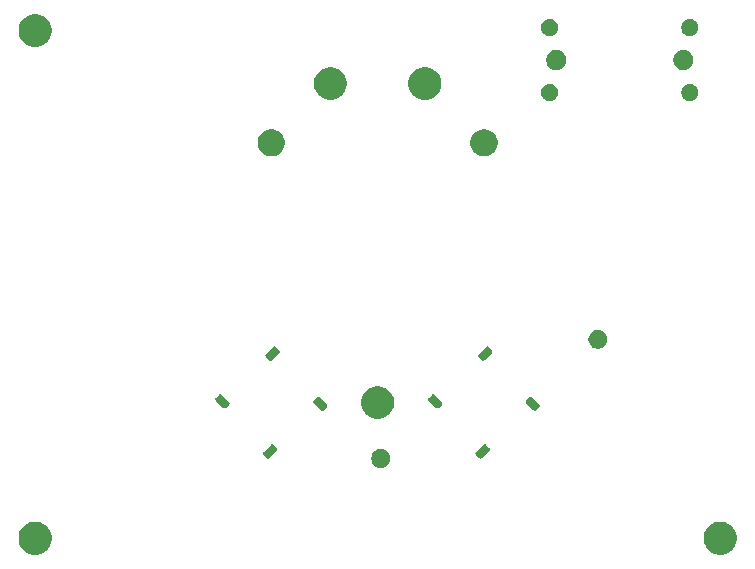
<source format=gbr>
G04 #@! TF.GenerationSoftware,KiCad,Pcbnew,(5.1.5-0)*
G04 #@! TF.CreationDate,2020-12-17T20:40:07-08:00*
G04 #@! TF.ProjectId,Luminometer_ADC_concept,4c756d69-6e6f-46d6-9574-65725f414443,rev?*
G04 #@! TF.SameCoordinates,Original*
G04 #@! TF.FileFunction,Soldermask,Bot*
G04 #@! TF.FilePolarity,Negative*
%FSLAX46Y46*%
G04 Gerber Fmt 4.6, Leading zero omitted, Abs format (unit mm)*
G04 Created by KiCad (PCBNEW (5.1.5-0)) date 2020-12-17 20:40:07*
%MOMM*%
%LPD*%
G04 APERTURE LIST*
%ADD10C,0.100000*%
G04 APERTURE END LIST*
D10*
G36*
X176908599Y-125153032D02*
G01*
X177163528Y-125258626D01*
X177392960Y-125411928D01*
X177588072Y-125607040D01*
X177741374Y-125836472D01*
X177846968Y-126091401D01*
X177900800Y-126362033D01*
X177900800Y-126637967D01*
X177846968Y-126908599D01*
X177741374Y-127163528D01*
X177588072Y-127392960D01*
X177392960Y-127588072D01*
X177163528Y-127741374D01*
X176908599Y-127846968D01*
X176637967Y-127900800D01*
X176362033Y-127900800D01*
X176091401Y-127846968D01*
X175836472Y-127741374D01*
X175607040Y-127588072D01*
X175411928Y-127392960D01*
X175258626Y-127163528D01*
X175153032Y-126908599D01*
X175099200Y-126637967D01*
X175099200Y-126362033D01*
X175153032Y-126091401D01*
X175258626Y-125836472D01*
X175411928Y-125607040D01*
X175607040Y-125411928D01*
X175836472Y-125258626D01*
X176091401Y-125153032D01*
X176362033Y-125099200D01*
X176637967Y-125099200D01*
X176908599Y-125153032D01*
G37*
G36*
X118908599Y-125153032D02*
G01*
X119163528Y-125258626D01*
X119392960Y-125411928D01*
X119588072Y-125607040D01*
X119741374Y-125836472D01*
X119846968Y-126091401D01*
X119900800Y-126362033D01*
X119900800Y-126637967D01*
X119846968Y-126908599D01*
X119741374Y-127163528D01*
X119588072Y-127392960D01*
X119392960Y-127588072D01*
X119163528Y-127741374D01*
X118908599Y-127846968D01*
X118637967Y-127900800D01*
X118362033Y-127900800D01*
X118091401Y-127846968D01*
X117836472Y-127741374D01*
X117607040Y-127588072D01*
X117411928Y-127392960D01*
X117258626Y-127163528D01*
X117153032Y-126908599D01*
X117099200Y-126637967D01*
X117099200Y-126362033D01*
X117153032Y-126091401D01*
X117258626Y-125836472D01*
X117411928Y-125607040D01*
X117607040Y-125411928D01*
X117836472Y-125258626D01*
X118091401Y-125153032D01*
X118362033Y-125099200D01*
X118637967Y-125099200D01*
X118908599Y-125153032D01*
G37*
G36*
X147983585Y-118966974D02*
G01*
X148129322Y-119027339D01*
X148260482Y-119114978D01*
X148372022Y-119226518D01*
X148459661Y-119357678D01*
X148520026Y-119503415D01*
X148550800Y-119658128D01*
X148550800Y-119815872D01*
X148520026Y-119970585D01*
X148459661Y-120116322D01*
X148372022Y-120247482D01*
X148260482Y-120359022D01*
X148129322Y-120446661D01*
X147983585Y-120507026D01*
X147828872Y-120537800D01*
X147671128Y-120537800D01*
X147516415Y-120507026D01*
X147370678Y-120446661D01*
X147239518Y-120359022D01*
X147127978Y-120247482D01*
X147040339Y-120116322D01*
X146979974Y-119970585D01*
X146949200Y-119815872D01*
X146949200Y-119658128D01*
X146979974Y-119503415D01*
X147040339Y-119357678D01*
X147127978Y-119226518D01*
X147239518Y-119114978D01*
X147370678Y-119027339D01*
X147516415Y-118966974D01*
X147671128Y-118936200D01*
X147828872Y-118936200D01*
X147983585Y-118966974D01*
G37*
G36*
X156599926Y-118528947D02*
G01*
X156628017Y-118537468D01*
X156653909Y-118551308D01*
X156678546Y-118571527D01*
X156694732Y-118587713D01*
X156694738Y-118587718D01*
X156942791Y-118835771D01*
X156942796Y-118835777D01*
X156958982Y-118851963D01*
X156979201Y-118876600D01*
X156993041Y-118902492D01*
X157001562Y-118930583D01*
X157004440Y-118959798D01*
X157001562Y-118989013D01*
X156993041Y-119017104D01*
X156979201Y-119042996D01*
X156958982Y-119067633D01*
X156942796Y-119083819D01*
X156942791Y-119083825D01*
X156341184Y-119685432D01*
X156341178Y-119685437D01*
X156324992Y-119701623D01*
X156300355Y-119721842D01*
X156274463Y-119735682D01*
X156246372Y-119744203D01*
X156217157Y-119747081D01*
X156187942Y-119744203D01*
X156159851Y-119735682D01*
X156133959Y-119721842D01*
X156109322Y-119701623D01*
X156093136Y-119685437D01*
X156093130Y-119685432D01*
X155845077Y-119437379D01*
X155845072Y-119437373D01*
X155828886Y-119421187D01*
X155808667Y-119396550D01*
X155794827Y-119370658D01*
X155786306Y-119342567D01*
X155783428Y-119313352D01*
X155786306Y-119284137D01*
X155794827Y-119256046D01*
X155808667Y-119230154D01*
X155828886Y-119205517D01*
X155845072Y-119189331D01*
X155845077Y-119189325D01*
X156446684Y-118587718D01*
X156446690Y-118587713D01*
X156462876Y-118571527D01*
X156487513Y-118551308D01*
X156513405Y-118537468D01*
X156541496Y-118528947D01*
X156570711Y-118526069D01*
X156599926Y-118528947D01*
G37*
G36*
X138599926Y-118528947D02*
G01*
X138628017Y-118537468D01*
X138653909Y-118551308D01*
X138678546Y-118571527D01*
X138694732Y-118587713D01*
X138694738Y-118587718D01*
X138942791Y-118835771D01*
X138942796Y-118835777D01*
X138958982Y-118851963D01*
X138979201Y-118876600D01*
X138993041Y-118902492D01*
X139001562Y-118930583D01*
X139004440Y-118959798D01*
X139001562Y-118989013D01*
X138993041Y-119017104D01*
X138979201Y-119042996D01*
X138958982Y-119067633D01*
X138942796Y-119083819D01*
X138942791Y-119083825D01*
X138341184Y-119685432D01*
X138341178Y-119685437D01*
X138324992Y-119701623D01*
X138300355Y-119721842D01*
X138274463Y-119735682D01*
X138246372Y-119744203D01*
X138217157Y-119747081D01*
X138187942Y-119744203D01*
X138159851Y-119735682D01*
X138133959Y-119721842D01*
X138109322Y-119701623D01*
X138093136Y-119685437D01*
X138093130Y-119685432D01*
X137845077Y-119437379D01*
X137845072Y-119437373D01*
X137828886Y-119421187D01*
X137808667Y-119396550D01*
X137794827Y-119370658D01*
X137786306Y-119342567D01*
X137783428Y-119313352D01*
X137786306Y-119284137D01*
X137794827Y-119256046D01*
X137808667Y-119230154D01*
X137828886Y-119205517D01*
X137845072Y-119189331D01*
X137845077Y-119189325D01*
X138446684Y-118587718D01*
X138446690Y-118587713D01*
X138462876Y-118571527D01*
X138487513Y-118551308D01*
X138513405Y-118537468D01*
X138541496Y-118528947D01*
X138570711Y-118526069D01*
X138599926Y-118528947D01*
G37*
G36*
X147908599Y-113653032D02*
G01*
X148163528Y-113758626D01*
X148392960Y-113911928D01*
X148588072Y-114107040D01*
X148741374Y-114336472D01*
X148846968Y-114591401D01*
X148900800Y-114862033D01*
X148900800Y-115137967D01*
X148846968Y-115408599D01*
X148741374Y-115663528D01*
X148588072Y-115892960D01*
X148392960Y-116088072D01*
X148163528Y-116241374D01*
X147908599Y-116346968D01*
X147637967Y-116400800D01*
X147362033Y-116400800D01*
X147091401Y-116346968D01*
X146836472Y-116241374D01*
X146607040Y-116088072D01*
X146411928Y-115892960D01*
X146258626Y-115663528D01*
X146153032Y-115408599D01*
X146099200Y-115137967D01*
X146099200Y-114862033D01*
X146153032Y-114591401D01*
X146258626Y-114336472D01*
X146411928Y-114107040D01*
X146607040Y-113911928D01*
X146836472Y-113758626D01*
X147091401Y-113653032D01*
X147362033Y-113599200D01*
X147637967Y-113599200D01*
X147908599Y-113653032D01*
G37*
G36*
X142489013Y-114498438D02*
G01*
X142517104Y-114506959D01*
X142542996Y-114520799D01*
X142567633Y-114541018D01*
X142583819Y-114557204D01*
X142583825Y-114557209D01*
X143185432Y-115158816D01*
X143185437Y-115158822D01*
X143201623Y-115175008D01*
X143221842Y-115199645D01*
X143235682Y-115225537D01*
X143244203Y-115253628D01*
X143247081Y-115282843D01*
X143244203Y-115312058D01*
X143235682Y-115340149D01*
X143221842Y-115366041D01*
X143201623Y-115390678D01*
X143185437Y-115406864D01*
X143185432Y-115406870D01*
X142937379Y-115654923D01*
X142937373Y-115654928D01*
X142921187Y-115671114D01*
X142896550Y-115691333D01*
X142870658Y-115705173D01*
X142842567Y-115713694D01*
X142813352Y-115716572D01*
X142784137Y-115713694D01*
X142756046Y-115705173D01*
X142730154Y-115691333D01*
X142705517Y-115671114D01*
X142689331Y-115654928D01*
X142689325Y-115654923D01*
X142087718Y-115053316D01*
X142087713Y-115053310D01*
X142071527Y-115037124D01*
X142051308Y-115012487D01*
X142037468Y-114986595D01*
X142028947Y-114958504D01*
X142026069Y-114929289D01*
X142028947Y-114900074D01*
X142037468Y-114871983D01*
X142051308Y-114846091D01*
X142071527Y-114821454D01*
X142087713Y-114805268D01*
X142087718Y-114805262D01*
X142335771Y-114557209D01*
X142335777Y-114557204D01*
X142351963Y-114541018D01*
X142376600Y-114520799D01*
X142402492Y-114506959D01*
X142430583Y-114498438D01*
X142459798Y-114495560D01*
X142489013Y-114498438D01*
G37*
G36*
X160489013Y-114498438D02*
G01*
X160517104Y-114506959D01*
X160542996Y-114520799D01*
X160567633Y-114541018D01*
X160583819Y-114557204D01*
X160583825Y-114557209D01*
X161185432Y-115158816D01*
X161185437Y-115158822D01*
X161201623Y-115175008D01*
X161221842Y-115199645D01*
X161235682Y-115225537D01*
X161244203Y-115253628D01*
X161247081Y-115282843D01*
X161244203Y-115312058D01*
X161235682Y-115340149D01*
X161221842Y-115366041D01*
X161201623Y-115390678D01*
X161185437Y-115406864D01*
X161185432Y-115406870D01*
X160937379Y-115654923D01*
X160937373Y-115654928D01*
X160921187Y-115671114D01*
X160896550Y-115691333D01*
X160870658Y-115705173D01*
X160842567Y-115713694D01*
X160813352Y-115716572D01*
X160784137Y-115713694D01*
X160756046Y-115705173D01*
X160730154Y-115691333D01*
X160705517Y-115671114D01*
X160689331Y-115654928D01*
X160689325Y-115654923D01*
X160087718Y-115053316D01*
X160087713Y-115053310D01*
X160071527Y-115037124D01*
X160051308Y-115012487D01*
X160037468Y-114986595D01*
X160028947Y-114958504D01*
X160026069Y-114929289D01*
X160028947Y-114900074D01*
X160037468Y-114871983D01*
X160051308Y-114846091D01*
X160071527Y-114821454D01*
X160087713Y-114805268D01*
X160087718Y-114805262D01*
X160335771Y-114557209D01*
X160335777Y-114557204D01*
X160351963Y-114541018D01*
X160376600Y-114520799D01*
X160402492Y-114506959D01*
X160430583Y-114498438D01*
X160459798Y-114495560D01*
X160489013Y-114498438D01*
G37*
G36*
X134215863Y-114286306D02*
G01*
X134243954Y-114294827D01*
X134269846Y-114308667D01*
X134294483Y-114328886D01*
X134310669Y-114345072D01*
X134310675Y-114345077D01*
X134912282Y-114946684D01*
X134912287Y-114946690D01*
X134928473Y-114962876D01*
X134948692Y-114987513D01*
X134962532Y-115013405D01*
X134971053Y-115041496D01*
X134973931Y-115070711D01*
X134971053Y-115099926D01*
X134962532Y-115128017D01*
X134948692Y-115153909D01*
X134928473Y-115178546D01*
X134912287Y-115194732D01*
X134912282Y-115194738D01*
X134664229Y-115442791D01*
X134664223Y-115442796D01*
X134648037Y-115458982D01*
X134623400Y-115479201D01*
X134597508Y-115493041D01*
X134569417Y-115501562D01*
X134540202Y-115504440D01*
X134510987Y-115501562D01*
X134482896Y-115493041D01*
X134457004Y-115479201D01*
X134432367Y-115458982D01*
X134416181Y-115442796D01*
X134416175Y-115442791D01*
X133814568Y-114841184D01*
X133814563Y-114841178D01*
X133798377Y-114824992D01*
X133778158Y-114800355D01*
X133764318Y-114774463D01*
X133755797Y-114746372D01*
X133752919Y-114717157D01*
X133755797Y-114687942D01*
X133764318Y-114659851D01*
X133778158Y-114633959D01*
X133798377Y-114609322D01*
X133814563Y-114593136D01*
X133814568Y-114593130D01*
X134062621Y-114345077D01*
X134062627Y-114345072D01*
X134078813Y-114328886D01*
X134103450Y-114308667D01*
X134129342Y-114294827D01*
X134157433Y-114286306D01*
X134186648Y-114283428D01*
X134215863Y-114286306D01*
G37*
G36*
X152215863Y-114286306D02*
G01*
X152243954Y-114294827D01*
X152269846Y-114308667D01*
X152294483Y-114328886D01*
X152310669Y-114345072D01*
X152310675Y-114345077D01*
X152912282Y-114946684D01*
X152912287Y-114946690D01*
X152928473Y-114962876D01*
X152948692Y-114987513D01*
X152962532Y-115013405D01*
X152971053Y-115041496D01*
X152973931Y-115070711D01*
X152971053Y-115099926D01*
X152962532Y-115128017D01*
X152948692Y-115153909D01*
X152928473Y-115178546D01*
X152912287Y-115194732D01*
X152912282Y-115194738D01*
X152664229Y-115442791D01*
X152664223Y-115442796D01*
X152648037Y-115458982D01*
X152623400Y-115479201D01*
X152597508Y-115493041D01*
X152569417Y-115501562D01*
X152540202Y-115504440D01*
X152510987Y-115501562D01*
X152482896Y-115493041D01*
X152457004Y-115479201D01*
X152432367Y-115458982D01*
X152416181Y-115442796D01*
X152416175Y-115442791D01*
X151814568Y-114841184D01*
X151814563Y-114841178D01*
X151798377Y-114824992D01*
X151778158Y-114800355D01*
X151764318Y-114774463D01*
X151755797Y-114746372D01*
X151752919Y-114717157D01*
X151755797Y-114687942D01*
X151764318Y-114659851D01*
X151778158Y-114633959D01*
X151798377Y-114609322D01*
X151814563Y-114593136D01*
X151814568Y-114593130D01*
X152062621Y-114345077D01*
X152062627Y-114345072D01*
X152078813Y-114328886D01*
X152103450Y-114308667D01*
X152129342Y-114294827D01*
X152157433Y-114286306D01*
X152186648Y-114283428D01*
X152215863Y-114286306D01*
G37*
G36*
X138812058Y-110255797D02*
G01*
X138840149Y-110264318D01*
X138866041Y-110278158D01*
X138890678Y-110298377D01*
X138906864Y-110314563D01*
X138906870Y-110314568D01*
X139154923Y-110562621D01*
X139154928Y-110562627D01*
X139171114Y-110578813D01*
X139191333Y-110603450D01*
X139205173Y-110629342D01*
X139213694Y-110657433D01*
X139216572Y-110686648D01*
X139213694Y-110715863D01*
X139205173Y-110743954D01*
X139191333Y-110769846D01*
X139171114Y-110794483D01*
X139154928Y-110810669D01*
X139154923Y-110810675D01*
X138553316Y-111412282D01*
X138553310Y-111412287D01*
X138537124Y-111428473D01*
X138512487Y-111448692D01*
X138486595Y-111462532D01*
X138458504Y-111471053D01*
X138429289Y-111473931D01*
X138400074Y-111471053D01*
X138371983Y-111462532D01*
X138346091Y-111448692D01*
X138321454Y-111428473D01*
X138305268Y-111412287D01*
X138305262Y-111412282D01*
X138057209Y-111164229D01*
X138057204Y-111164223D01*
X138041018Y-111148037D01*
X138020799Y-111123400D01*
X138006959Y-111097508D01*
X137998438Y-111069417D01*
X137995560Y-111040202D01*
X137998438Y-111010987D01*
X138006959Y-110982896D01*
X138020799Y-110957004D01*
X138041018Y-110932367D01*
X138057204Y-110916181D01*
X138057209Y-110916175D01*
X138658816Y-110314568D01*
X138658822Y-110314563D01*
X138675008Y-110298377D01*
X138699645Y-110278158D01*
X138725537Y-110264318D01*
X138753628Y-110255797D01*
X138782843Y-110252919D01*
X138812058Y-110255797D01*
G37*
G36*
X156812058Y-110255797D02*
G01*
X156840149Y-110264318D01*
X156866041Y-110278158D01*
X156890678Y-110298377D01*
X156906864Y-110314563D01*
X156906870Y-110314568D01*
X157154923Y-110562621D01*
X157154928Y-110562627D01*
X157171114Y-110578813D01*
X157191333Y-110603450D01*
X157205173Y-110629342D01*
X157213694Y-110657433D01*
X157216572Y-110686648D01*
X157213694Y-110715863D01*
X157205173Y-110743954D01*
X157191333Y-110769846D01*
X157171114Y-110794483D01*
X157154928Y-110810669D01*
X157154923Y-110810675D01*
X156553316Y-111412282D01*
X156553310Y-111412287D01*
X156537124Y-111428473D01*
X156512487Y-111448692D01*
X156486595Y-111462532D01*
X156458504Y-111471053D01*
X156429289Y-111473931D01*
X156400074Y-111471053D01*
X156371983Y-111462532D01*
X156346091Y-111448692D01*
X156321454Y-111428473D01*
X156305268Y-111412287D01*
X156305262Y-111412282D01*
X156057209Y-111164229D01*
X156057204Y-111164223D01*
X156041018Y-111148037D01*
X156020799Y-111123400D01*
X156006959Y-111097508D01*
X155998438Y-111069417D01*
X155995560Y-111040202D01*
X155998438Y-111010987D01*
X156006959Y-110982896D01*
X156020799Y-110957004D01*
X156041018Y-110932367D01*
X156057204Y-110916181D01*
X156057209Y-110916175D01*
X156658816Y-110314568D01*
X156658822Y-110314563D01*
X156675008Y-110298377D01*
X156699645Y-110278158D01*
X156725537Y-110264318D01*
X156753628Y-110255797D01*
X156782843Y-110252919D01*
X156812058Y-110255797D01*
G37*
G36*
X166383585Y-108879974D02*
G01*
X166529322Y-108940339D01*
X166660482Y-109027978D01*
X166772022Y-109139518D01*
X166859661Y-109270678D01*
X166920026Y-109416415D01*
X166950800Y-109571128D01*
X166950800Y-109728872D01*
X166920026Y-109883585D01*
X166859661Y-110029322D01*
X166772022Y-110160482D01*
X166660482Y-110272022D01*
X166529322Y-110359661D01*
X166383585Y-110420026D01*
X166228872Y-110450800D01*
X166071128Y-110450800D01*
X165916415Y-110420026D01*
X165770678Y-110359661D01*
X165639518Y-110272022D01*
X165527978Y-110160482D01*
X165440339Y-110029322D01*
X165379974Y-109883585D01*
X165349200Y-109728872D01*
X165349200Y-109571128D01*
X165379974Y-109416415D01*
X165440339Y-109270678D01*
X165527978Y-109139518D01*
X165639518Y-109027978D01*
X165770678Y-108940339D01*
X165916415Y-108879974D01*
X166071128Y-108849200D01*
X166228872Y-108849200D01*
X166383585Y-108879974D01*
G37*
G36*
X156835676Y-91893425D02*
G01*
X157045109Y-91980174D01*
X157233594Y-92106116D01*
X157393884Y-92266406D01*
X157519826Y-92454891D01*
X157606575Y-92664324D01*
X157650800Y-92886656D01*
X157650800Y-93113344D01*
X157606575Y-93335676D01*
X157519826Y-93545109D01*
X157393884Y-93733594D01*
X157233594Y-93893884D01*
X157045109Y-94019826D01*
X156835676Y-94106575D01*
X156613344Y-94150800D01*
X156386656Y-94150800D01*
X156164324Y-94106575D01*
X155954891Y-94019826D01*
X155766406Y-93893884D01*
X155606116Y-93733594D01*
X155480174Y-93545109D01*
X155393425Y-93335676D01*
X155349200Y-93113344D01*
X155349200Y-92886656D01*
X155393425Y-92664324D01*
X155480174Y-92454891D01*
X155606116Y-92266406D01*
X155766406Y-92106116D01*
X155954891Y-91980174D01*
X156164324Y-91893425D01*
X156386656Y-91849200D01*
X156613344Y-91849200D01*
X156835676Y-91893425D01*
G37*
G36*
X138835676Y-91893425D02*
G01*
X139045109Y-91980174D01*
X139233594Y-92106116D01*
X139393884Y-92266406D01*
X139519826Y-92454891D01*
X139606575Y-92664324D01*
X139650800Y-92886656D01*
X139650800Y-93113344D01*
X139606575Y-93335676D01*
X139519826Y-93545109D01*
X139393884Y-93733594D01*
X139233594Y-93893884D01*
X139045109Y-94019826D01*
X138835676Y-94106575D01*
X138613344Y-94150800D01*
X138386656Y-94150800D01*
X138164324Y-94106575D01*
X137954891Y-94019826D01*
X137766406Y-93893884D01*
X137606116Y-93733594D01*
X137480174Y-93545109D01*
X137393425Y-93335676D01*
X137349200Y-93113344D01*
X137349200Y-92886656D01*
X137393425Y-92664324D01*
X137480174Y-92454891D01*
X137606116Y-92266406D01*
X137766406Y-92106116D01*
X137954891Y-91980174D01*
X138164324Y-91893425D01*
X138386656Y-91849200D01*
X138613344Y-91849200D01*
X138835676Y-91893425D01*
G37*
G36*
X174146709Y-88052092D02*
G01*
X174278795Y-88106804D01*
X174397672Y-88186235D01*
X174498765Y-88287328D01*
X174578196Y-88406205D01*
X174632908Y-88538291D01*
X174660800Y-88678515D01*
X174660800Y-88821485D01*
X174632908Y-88961709D01*
X174578196Y-89093795D01*
X174498765Y-89212672D01*
X174397672Y-89313765D01*
X174278795Y-89393196D01*
X174146709Y-89447908D01*
X174006485Y-89475800D01*
X173863515Y-89475800D01*
X173723291Y-89447908D01*
X173591205Y-89393196D01*
X173472328Y-89313765D01*
X173371235Y-89212672D01*
X173291804Y-89093795D01*
X173237092Y-88961709D01*
X173209200Y-88821485D01*
X173209200Y-88678515D01*
X173237092Y-88538291D01*
X173291804Y-88406205D01*
X173371235Y-88287328D01*
X173472328Y-88186235D01*
X173591205Y-88106804D01*
X173723291Y-88052092D01*
X173863515Y-88024200D01*
X174006485Y-88024200D01*
X174146709Y-88052092D01*
G37*
G36*
X162276709Y-88052092D02*
G01*
X162408795Y-88106804D01*
X162527672Y-88186235D01*
X162628765Y-88287328D01*
X162708196Y-88406205D01*
X162762908Y-88538291D01*
X162790800Y-88678515D01*
X162790800Y-88821485D01*
X162762908Y-88961709D01*
X162708196Y-89093795D01*
X162628765Y-89212672D01*
X162527672Y-89313765D01*
X162408795Y-89393196D01*
X162276709Y-89447908D01*
X162136485Y-89475800D01*
X161993515Y-89475800D01*
X161853291Y-89447908D01*
X161721205Y-89393196D01*
X161602328Y-89313765D01*
X161501235Y-89212672D01*
X161421804Y-89093795D01*
X161367092Y-88961709D01*
X161339200Y-88821485D01*
X161339200Y-88678515D01*
X161367092Y-88538291D01*
X161421804Y-88406205D01*
X161501235Y-88287328D01*
X161602328Y-88186235D01*
X161721205Y-88106804D01*
X161853291Y-88052092D01*
X161993515Y-88024200D01*
X162136485Y-88024200D01*
X162276709Y-88052092D01*
G37*
G36*
X151908599Y-86653032D02*
G01*
X152163528Y-86758626D01*
X152392960Y-86911928D01*
X152588072Y-87107040D01*
X152741374Y-87336472D01*
X152846968Y-87591401D01*
X152900800Y-87862033D01*
X152900800Y-88137967D01*
X152846968Y-88408599D01*
X152741374Y-88663528D01*
X152588072Y-88892960D01*
X152392960Y-89088072D01*
X152163528Y-89241374D01*
X151908599Y-89346968D01*
X151637967Y-89400800D01*
X151362033Y-89400800D01*
X151091401Y-89346968D01*
X150836472Y-89241374D01*
X150607040Y-89088072D01*
X150411928Y-88892960D01*
X150258626Y-88663528D01*
X150153032Y-88408599D01*
X150099200Y-88137967D01*
X150099200Y-87862033D01*
X150153032Y-87591401D01*
X150258626Y-87336472D01*
X150411928Y-87107040D01*
X150607040Y-86911928D01*
X150836472Y-86758626D01*
X151091401Y-86653032D01*
X151362033Y-86599200D01*
X151637967Y-86599200D01*
X151908599Y-86653032D01*
G37*
G36*
X143908599Y-86653032D02*
G01*
X144163528Y-86758626D01*
X144392960Y-86911928D01*
X144588072Y-87107040D01*
X144741374Y-87336472D01*
X144846968Y-87591401D01*
X144900800Y-87862033D01*
X144900800Y-88137967D01*
X144846968Y-88408599D01*
X144741374Y-88663528D01*
X144588072Y-88892960D01*
X144392960Y-89088072D01*
X144163528Y-89241374D01*
X143908599Y-89346968D01*
X143637967Y-89400800D01*
X143362033Y-89400800D01*
X143091401Y-89346968D01*
X142836472Y-89241374D01*
X142607040Y-89088072D01*
X142411928Y-88892960D01*
X142258626Y-88663528D01*
X142153032Y-88408599D01*
X142099200Y-88137967D01*
X142099200Y-87862033D01*
X142153032Y-87591401D01*
X142258626Y-87336472D01*
X142411928Y-87107040D01*
X142607040Y-86911928D01*
X142836472Y-86758626D01*
X143091401Y-86653032D01*
X143362033Y-86599200D01*
X143637967Y-86599200D01*
X143908599Y-86653032D01*
G37*
G36*
X173633169Y-85181895D02*
G01*
X173788005Y-85246031D01*
X173927354Y-85339140D01*
X174045860Y-85457646D01*
X174138969Y-85596995D01*
X174203105Y-85751831D01*
X174235800Y-85916203D01*
X174235800Y-86083797D01*
X174203105Y-86248169D01*
X174138969Y-86403005D01*
X174045860Y-86542354D01*
X173927354Y-86660860D01*
X173788005Y-86753969D01*
X173633169Y-86818105D01*
X173468797Y-86850800D01*
X173301203Y-86850800D01*
X173136831Y-86818105D01*
X172981995Y-86753969D01*
X172842646Y-86660860D01*
X172724140Y-86542354D01*
X172631031Y-86403005D01*
X172566895Y-86248169D01*
X172534200Y-86083797D01*
X172534200Y-85916203D01*
X172566895Y-85751831D01*
X172631031Y-85596995D01*
X172724140Y-85457646D01*
X172842646Y-85339140D01*
X172981995Y-85246031D01*
X173136831Y-85181895D01*
X173301203Y-85149200D01*
X173468797Y-85149200D01*
X173633169Y-85181895D01*
G37*
G36*
X162863169Y-85181895D02*
G01*
X163018005Y-85246031D01*
X163157354Y-85339140D01*
X163275860Y-85457646D01*
X163368969Y-85596995D01*
X163433105Y-85751831D01*
X163465800Y-85916203D01*
X163465800Y-86083797D01*
X163433105Y-86248169D01*
X163368969Y-86403005D01*
X163275860Y-86542354D01*
X163157354Y-86660860D01*
X163018005Y-86753969D01*
X162863169Y-86818105D01*
X162698797Y-86850800D01*
X162531203Y-86850800D01*
X162366831Y-86818105D01*
X162211995Y-86753969D01*
X162072646Y-86660860D01*
X161954140Y-86542354D01*
X161861031Y-86403005D01*
X161796895Y-86248169D01*
X161764200Y-86083797D01*
X161764200Y-85916203D01*
X161796895Y-85751831D01*
X161861031Y-85596995D01*
X161954140Y-85457646D01*
X162072646Y-85339140D01*
X162211995Y-85246031D01*
X162366831Y-85181895D01*
X162531203Y-85149200D01*
X162698797Y-85149200D01*
X162863169Y-85181895D01*
G37*
G36*
X118908599Y-82153032D02*
G01*
X119163528Y-82258626D01*
X119392960Y-82411928D01*
X119588072Y-82607040D01*
X119741374Y-82836472D01*
X119846968Y-83091401D01*
X119900800Y-83362033D01*
X119900800Y-83637967D01*
X119846968Y-83908599D01*
X119741374Y-84163528D01*
X119588072Y-84392960D01*
X119392960Y-84588072D01*
X119163528Y-84741374D01*
X118908599Y-84846968D01*
X118637967Y-84900800D01*
X118362033Y-84900800D01*
X118091401Y-84846968D01*
X117836472Y-84741374D01*
X117607040Y-84588072D01*
X117411928Y-84392960D01*
X117258626Y-84163528D01*
X117153032Y-83908599D01*
X117099200Y-83637967D01*
X117099200Y-83362033D01*
X117153032Y-83091401D01*
X117258626Y-82836472D01*
X117411928Y-82607040D01*
X117607040Y-82411928D01*
X117836472Y-82258626D01*
X118091401Y-82153032D01*
X118362033Y-82099200D01*
X118637967Y-82099200D01*
X118908599Y-82153032D01*
G37*
G36*
X174146709Y-82552092D02*
G01*
X174278795Y-82606804D01*
X174397672Y-82686235D01*
X174498765Y-82787328D01*
X174578196Y-82906205D01*
X174632908Y-83038291D01*
X174660800Y-83178515D01*
X174660800Y-83321485D01*
X174632908Y-83461709D01*
X174578196Y-83593795D01*
X174498765Y-83712672D01*
X174397672Y-83813765D01*
X174278795Y-83893196D01*
X174146709Y-83947908D01*
X174006485Y-83975800D01*
X173863515Y-83975800D01*
X173723291Y-83947908D01*
X173591205Y-83893196D01*
X173472328Y-83813765D01*
X173371235Y-83712672D01*
X173291804Y-83593795D01*
X173237092Y-83461709D01*
X173209200Y-83321485D01*
X173209200Y-83178515D01*
X173237092Y-83038291D01*
X173291804Y-82906205D01*
X173371235Y-82787328D01*
X173472328Y-82686235D01*
X173591205Y-82606804D01*
X173723291Y-82552092D01*
X173863515Y-82524200D01*
X174006485Y-82524200D01*
X174146709Y-82552092D01*
G37*
G36*
X162276709Y-82552092D02*
G01*
X162408795Y-82606804D01*
X162527672Y-82686235D01*
X162628765Y-82787328D01*
X162708196Y-82906205D01*
X162762908Y-83038291D01*
X162790800Y-83178515D01*
X162790800Y-83321485D01*
X162762908Y-83461709D01*
X162708196Y-83593795D01*
X162628765Y-83712672D01*
X162527672Y-83813765D01*
X162408795Y-83893196D01*
X162276709Y-83947908D01*
X162136485Y-83975800D01*
X161993515Y-83975800D01*
X161853291Y-83947908D01*
X161721205Y-83893196D01*
X161602328Y-83813765D01*
X161501235Y-83712672D01*
X161421804Y-83593795D01*
X161367092Y-83461709D01*
X161339200Y-83321485D01*
X161339200Y-83178515D01*
X161367092Y-83038291D01*
X161421804Y-82906205D01*
X161501235Y-82787328D01*
X161602328Y-82686235D01*
X161721205Y-82606804D01*
X161853291Y-82552092D01*
X161993515Y-82524200D01*
X162136485Y-82524200D01*
X162276709Y-82552092D01*
G37*
M02*

</source>
